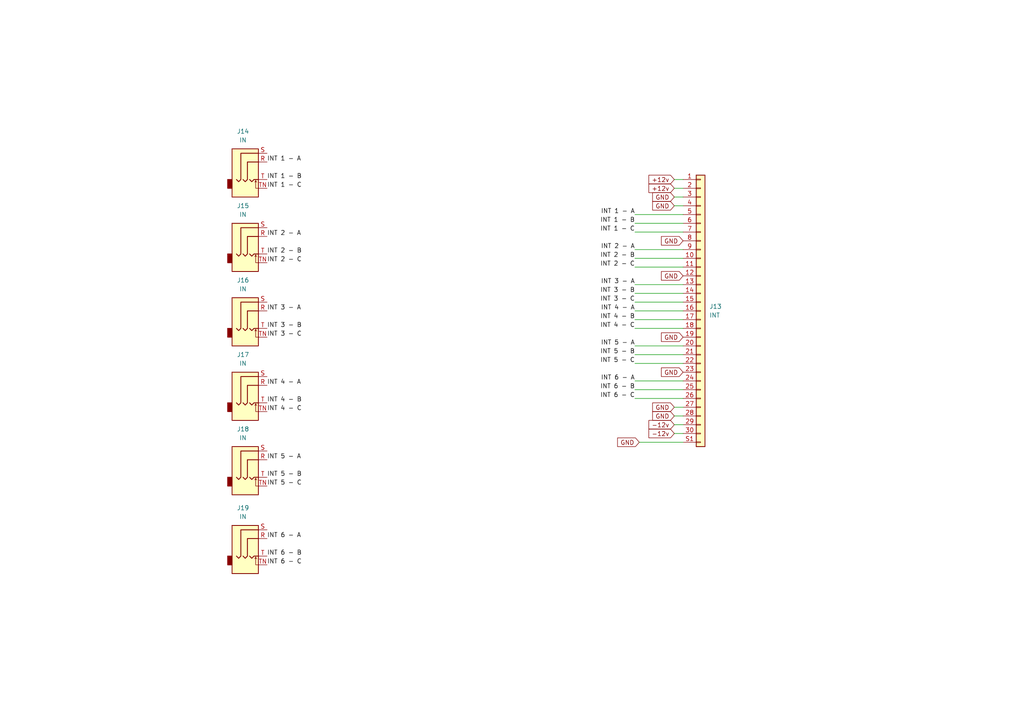
<source format=kicad_sch>
(kicad_sch (version 20231120) (generator "eeschema") (generator_version "8.0")
  (paper "A4")
  (title_block (title "Audio Thing Template") (rev "1.0") (company "velvia-fifty") (comment 1 "https://github.com/velvia-fifty/AudioThings") (comment 2 "You should have changed this already :)") (comment 4 "Stay humble"))
  (lib_symbols
    (symbol "Connector_Audio:AudioJack3_SwitchT"
      (property "Reference" "J" (at 0 8.89 0))
      (property "Value" "AudioJack3_SwitchT" (at 0 6.35 0))
      (symbol "AudioJack3_SwitchT_0_1"
        (rectangle (start -5.08 -5.08) (end -6.35 -7.62) (stroke (width 0.254)) (fill (type outline)))
        (polyline (pts (xy 1.778 -5.334) (xy 2.032 -5.842)))
        (polyline (pts (xy 0 -5.08) (xy 0.635 -5.715) (xy 1.27 -5.08) (xy 2.54 -5.08)) (stroke (width 0.254)))
        (polyline (pts (xy 2.54 -7.62) (xy 1.778 -7.62) (xy 1.778 -5.334) (xy 1.524 -5.842)))
        (polyline (pts (xy -1.905 -5.08) (xy -1.27 -5.715) (xy -0.635 -5.08) (xy -0.635 0) (xy 2.54 0)) (stroke (width 0.254)))
        (polyline (pts (xy 2.54 2.54) (xy -2.54 2.54) (xy -2.54 -5.08) (xy -3.175 -5.715) (xy -3.81 -5.08)) (stroke (width 0.254)))
        (rectangle (start 2.54 3.81) (end -5.08 -10.16) (stroke (width 0.254)) (fill (type background)))
      )
      (symbol "AudioJack3_SwitchT_1_1"
        (pin passive line (at 5.08 0 180) (length 2.54) (name "~") (number "R"))
        (pin passive line (at 5.08 2.54 180) (length 2.54) (name "~") (number "S"))
        (pin passive line (at 5.08 -5.08 180) (length 2.54) (name "~") (number "T"))
        (pin passive line (at 5.08 -7.62 180) (length 2.54) (name "~") (number "TN"))
      )
    )
    (symbol "Connector_Generic:Conn_01x31" (pin_names (offset 1.016) hide)
      (property "Reference" "J10" (at 2.54 1.2701 0))
      (property "Value" "Conn_01x31" (at 2.54 -1.2699 0))
      (symbol "Conn_01x31_1_1"
        (rectangle (start -1.27 -37.973) (end 0 -38.227) (stroke (width 0.1524)))
        (rectangle (start -1.27 -35.433) (end 0 -35.687) (stroke (width 0.1524)))
        (rectangle (start -1.27 -32.893) (end 0 -33.147) (stroke (width 0.1524)))
        (rectangle (start -1.27 -30.353) (end 0 -30.607) (stroke (width 0.1524)))
        (rectangle (start -1.27 -27.813) (end 0 -28.067) (stroke (width 0.1524)))
        (rectangle (start -1.27 -25.273) (end 0 -25.527) (stroke (width 0.1524)))
        (rectangle (start -1.27 -22.733) (end 0 -22.987) (stroke (width 0.1524)))
        (rectangle (start -1.27 -20.193) (end 0 -20.447) (stroke (width 0.1524)))
        (rectangle (start -1.27 -17.653) (end 0 -17.907) (stroke (width 0.1524)))
        (rectangle (start -1.27 -15.113) (end 0 -15.367) (stroke (width 0.1524)))
        (rectangle (start -1.27 -12.573) (end 0 -12.827) (stroke (width 0.1524)))
        (rectangle (start -1.27 -10.033) (end 0 -10.287) (stroke (width 0.1524)))
        (rectangle (start -1.27 -7.493) (end 0 -7.747) (stroke (width 0.1524)))
        (rectangle (start -1.27 -4.953) (end 0 -5.207) (stroke (width 0.1524)))
        (rectangle (start -1.27 -2.413) (end 0 -2.667) (stroke (width 0.1524)))
        (rectangle (start -1.27 0.127) (end 0 -0.127) (stroke (width 0.1524)))
        (rectangle (start -1.27 2.667) (end 0 2.413) (stroke (width 0.1524)))
        (rectangle (start -1.27 5.207) (end 0 4.953) (stroke (width 0.1524)))
        (rectangle (start -1.27 7.747) (end 0 7.493) (stroke (width 0.1524)))
        (rectangle (start -1.27 10.287) (end 0 10.033) (stroke (width 0.1524)))
        (rectangle (start -1.27 12.827) (end 0 12.573) (stroke (width 0.1524)))
        (rectangle (start -1.27 15.367) (end 0 15.113) (stroke (width 0.1524)))
        (rectangle (start -1.27 17.907) (end 0 17.653) (stroke (width 0.1524)))
        (rectangle (start -1.27 20.447) (end 0 20.193) (stroke (width 0.1524)))
        (rectangle (start -1.27 22.987) (end 0 22.733) (stroke (width 0.1524)))
        (rectangle (start -1.27 25.527) (end 0 25.273) (stroke (width 0.1524)))
        (rectangle (start -1.27 28.067) (end 0 27.813) (stroke (width 0.1524)))
        (rectangle (start -1.27 30.607) (end 0 30.353) (stroke (width 0.1524)))
        (rectangle (start -1.27 33.147) (end 0 32.893) (stroke (width 0.1524)))
        (rectangle (start -1.27 35.687) (end 0 35.433) (stroke (width 0.1524)))
        (rectangle (start -1.27 38.227) (end 0 37.973) (stroke (width 0.1524)))
        (rectangle (start -1.27 39.37) (end 1.27 -39.37) (stroke (width 0.254)) (fill (type background)))
        (pin passive line (at -5.08 38.1 0) (length 3.81) (name "Pin_1") (number "1"))
        (pin passive line (at -5.08 15.24 0) (length 3.81) (name "Pin_10") (number "10"))
        (pin passive line (at -5.08 12.7 0) (length 3.81) (name "Pin_11") (number "11"))
        (pin passive line (at -5.08 10.16 0) (length 3.81) (name "Pin_12") (number "12"))
        (pin passive line (at -5.08 7.62 0) (length 3.81) (name "Pin_13") (number "13"))
        (pin passive line (at -5.08 5.08 0) (length 3.81) (name "Pin_14") (number "14"))
        (pin passive line (at -5.08 2.54 0) (length 3.81) (name "Pin_15") (number "15"))
        (pin passive line (at -5.08 0 0) (length 3.81) (name "Pin_16") (number "16"))
        (pin passive line (at -5.08 -2.54 0) (length 3.81) (name "Pin_17") (number "17"))
        (pin passive line (at -5.08 -5.08 0) (length 3.81) (name "Pin_18") (number "18"))
        (pin passive line (at -5.08 -7.62 0) (length 3.81) (name "Pin_19") (number "19"))
        (pin passive line (at -5.08 35.56 0) (length 3.81) (name "Pin_2") (number "2"))
        (pin passive line (at -5.08 -10.16 0) (length 3.81) (name "Pin_20") (number "20"))
        (pin passive line (at -5.08 -12.7 0) (length 3.81) (name "Pin_21") (number "21"))
        (pin passive line (at -5.08 -15.24 0) (length 3.81) (name "Pin_22") (number "22"))
        (pin passive line (at -5.08 -17.78 0) (length 3.81) (name "Pin_23") (number "23"))
        (pin passive line (at -5.08 -20.32 0) (length 3.81) (name "Pin_24") (number "24"))
        (pin passive line (at -5.08 -22.86 0) (length 3.81) (name "Pin_25") (number "25"))
        (pin passive line (at -5.08 -25.4 0) (length 3.81) (name "Pin_26") (number "26"))
        (pin passive line (at -5.08 -27.94 0) (length 3.81) (name "Pin_27") (number "27"))
        (pin passive line (at -5.08 -30.48 0) (length 3.81) (name "Pin_28") (number "28"))
        (pin passive line (at -5.08 -33.02 0) (length 3.81) (name "Pin_29") (number "29"))
        (pin passive line (at -5.08 33.02 0) (length 3.81) (name "Pin_3") (number "3"))
        (pin passive line (at -5.08 -35.56 0) (length 3.81) (name "Pin_30") (number "30"))
        (pin passive line (at -5.08 30.48 0) (length 3.81) (name "Pin_4") (number "4"))
        (pin passive line (at -5.08 27.94 0) (length 3.81) (name "Pin_5") (number "5"))
        (pin passive line (at -5.08 25.4 0) (length 3.81) (name "Pin_6") (number "6"))
        (pin passive line (at -5.08 22.86 0) (length 3.81) (name "Pin_7") (number "7"))
        (pin passive line (at -5.08 20.32 0) (length 3.81) (name "Pin_8") (number "8"))
        (pin passive line (at -5.08 17.78 0) (length 3.81) (name "Pin_9") (number "9"))
        (pin passive line (at -5.08 -38.1 0) (length 3.81) (name "S1") (number "S1"))
      )
    )
  )
  (wire (pts (xy 195.58 118.11) (xy 198.12 118.11)))
  (wire (pts (xy 195.58 125.73) (xy 198.12 125.73)))
  (wire (pts (xy 195.58 59.69) (xy 198.12 59.69)))
  (wire (pts (xy 184.15 74.93) (xy 198.12 74.93)))
  (wire (pts (xy 184.15 67.31) (xy 198.12 67.31)))
  (wire (pts (xy 184.15 102.87) (xy 198.12 102.87)))
  (wire (pts (xy 184.15 92.71) (xy 198.12 92.71)))
  (wire (pts (xy 184.15 95.25) (xy 198.12 95.25)))
  (wire (pts (xy 184.15 105.41) (xy 198.12 105.41)))
  (wire (pts (xy 184.15 82.55) (xy 198.12 82.55)))
  (wire (pts (xy 184.15 87.63) (xy 198.12 87.63)))
  (wire (pts (xy 184.15 62.23) (xy 198.12 62.23)))
  (wire (pts (xy 184.15 64.77) (xy 198.12 64.77)))
  (wire (pts (xy 184.15 77.47) (xy 198.12 77.47)))
  (wire (pts (xy 195.58 120.65) (xy 198.12 120.65)))
  (wire (pts (xy 184.15 85.09) (xy 198.12 85.09)))
  (wire (pts (xy 184.15 90.17) (xy 198.12 90.17)))
  (wire (pts (xy 195.58 57.15) (xy 198.12 57.15)))
  (wire (pts (xy 195.58 52.07) (xy 198.12 52.07)))
  (wire (pts (xy 195.58 54.61) (xy 198.12 54.61)))
  (wire (pts (xy 185.42 128.27) (xy 198.12 128.27)))
  (wire (pts (xy 184.15 110.49) (xy 198.12 110.49)))
  (wire (pts (xy 184.15 72.39) (xy 198.12 72.39)))
  (wire (pts (xy 195.58 123.19) (xy 198.12 123.19)))
  (wire (pts (xy 184.15 100.33) (xy 198.12 100.33)))
  (wire (pts (xy 184.15 113.03) (xy 198.12 113.03)))
  (wire (pts (xy 184.15 115.57) (xy 198.12 115.57)))
  (label "INT 1 - C" (at 77.47 54.61 0))
  (label "INT 1 - C" (at 184.15 67.31 180))
  (label "INT 2 - C" (at 77.47 76.2 0))
  (label "INT 2 - A" (at 77.47 68.58 0))
  (label "INT 5 - C" (at 77.47 140.97 0))
  (label "INT 1 - B" (at 77.47 52.07 0))
  (label "INT 5 - B" (at 77.47 138.43 0))
  (label "INT 3 - B" (at 184.15 85.09 180))
  (label "INT 3 - C" (at 184.15 87.63 180))
  (label "INT 4 - C" (at 184.15 95.25 180))
  (label "INT 6 - A" (at 77.47 156.21 0))
  (label "INT 6 - A" (at 184.15 110.49 180))
  (label "INT 6 - C" (at 184.15 115.57 180))
  (label "INT 1 - A" (at 184.15 62.23 180))
  (label "INT 6 - B" (at 77.47 161.29 0))
  (label "INT 4 - A" (at 184.15 90.17 180))
  (label "INT 5 - A" (at 184.15 100.33 180))
  (label "INT 6 - C" (at 77.47 163.83 0))
  (label "INT 1 - A" (at 77.47 46.99 0))
  (label "INT 5 - B" (at 184.15 102.87 180))
  (label "INT 5 - A" (at 77.47 133.35 0))
  (label "INT 4 - A" (at 77.47 111.76 0))
  (label "INT 3 - A" (at 77.47 90.17 0))
  (label "INT 3 - B" (at 77.47 95.25 0))
  (label "INT 4 - B" (at 184.15 92.71 180))
  (label "INT 3 - A" (at 184.15 82.55 180))
  (label "INT 1 - B" (at 184.15 64.77 180))
  (label "INT 2 - C" (at 184.15 77.47 180))
  (label "INT 4 - C" (at 77.47 119.38 0))
  (label "INT 2 - B" (at 77.47 73.66 0))
  (label "INT 2 - B" (at 184.15 74.93 180))
  (label "INT 6 - B" (at 184.15 113.03 180))
  (label "INT 3 - C" (at 77.47 97.79 0))
  (label "INT 5 - C" (at 184.15 105.41 180))
  (label "INT 2 - A" (at 184.15 72.39 180))
  (label "INT 4 - B" (at 77.47 116.84 0))
  (global_label "GND" (shape input) (at 198.12 107.95 180) (property "Intersheetrefs" "${INTERSHEET_REFS}" (effects (hide yes))))
  (global_label "GND" (shape input) (at 195.58 120.65 180) (property "Intersheetrefs" "${INTERSHEET_REFS}" (effects (hide yes))))
  (global_label "-12v" (shape input) (at 195.58 125.73 180) (property "Intersheetrefs" "${INTERSHEET_REFS}" (effects (hide yes))))
  (global_label "+12v" (shape input) (at 195.58 52.07 180) (property "Intersheetrefs" "${INTERSHEET_REFS}" (effects (hide yes))))
  (global_label "GND" (shape input) (at 198.12 69.85 180) (property "Intersheetrefs" "${INTERSHEET_REFS}" (effects (hide yes))))
  (global_label "GND" (shape input) (at 195.58 57.15 180) (property "Intersheetrefs" "${INTERSHEET_REFS}" (effects (hide yes))))
  (global_label "GND" (shape input) (at 185.42 128.27 180) (property "Intersheetrefs" "${INTERSHEET_REFS}" (effects (hide yes))))
  (global_label "GND" (shape input) (at 198.12 80.01 180) (property "Intersheetrefs" "${INTERSHEET_REFS}" (effects (hide yes))))
  (global_label "GND" (shape input) (at 195.58 59.69 180) (property "Intersheetrefs" "${INTERSHEET_REFS}" (effects (hide yes))))
  (global_label "+12v" (shape input) (at 195.58 54.61 180) (property "Intersheetrefs" "${INTERSHEET_REFS}" (effects (hide yes))))
  (global_label "GND" (shape input) (at 195.58 118.11 180) (property "Intersheetrefs" "${INTERSHEET_REFS}" (effects (hide yes))))
  (global_label "GND" (shape input) (at 198.12 97.79 180) (property "Intersheetrefs" "${INTERSHEET_REFS}" (effects (hide yes))))
  (global_label "-12v" (shape input) (at 195.58 123.19 180) (property "Intersheetrefs" "${INTERSHEET_REFS}" (effects (hide yes))))
  (symbol (lib_id "Connector_Generic:Conn_01x31") (at 203.2 90.17 0) (unit 1)
    (property "Reference" "J13" (at 205.74 88.8999 0) (effects (justify left)))
    (property "Value" "INT" (at 205.74 91.4399 0) (effects (justify left)))
    (property "Footprint" "AT-Footprints:ffc-30-v-TE_3-1734742-0" (effects (hide yes)))
    (property "Description" "Generic connector, single row, 01x31, script generated (kicad-library-utils/schlib/autogen/connector/)" (effects (hide yes)))
  )
  (symbol (lib_id "Connector_Audio:AudioJack3_SwitchT") (at 72.39 111.76 0) (unit 1)
    (property "Reference" "J17" (at 70.485 102.87 0))
    (property "Value" "IN" (at 70.485 105.41 0))
    (property "Footprint" "AT-Footprints:SJ3-3505" (effects (hide yes)))
    (property "Description" "Audio Jack, 3 Poles (Stereo / TRS), Switched T Pole (Normalling)" (effects (hide yes)))
  )
  (symbol (lib_id "Connector_Audio:AudioJack3_SwitchT") (at 72.39 156.21 0) (unit 1)
    (property "Reference" "J19" (at 70.485 147.32 0))
    (property "Value" "IN" (at 70.485 149.86 0))
    (property "Footprint" "AT-Footprints:SJ3-3505" (effects (hide yes)))
    (property "Description" "Audio Jack, 3 Poles (Stereo / TRS), Switched T Pole (Normalling)" (effects (hide yes)))
  )
  (symbol (lib_id "Connector_Audio:AudioJack3_SwitchT") (at 72.39 68.58 0) (unit 1)
    (property "Reference" "J15" (at 70.485 59.69 0))
    (property "Value" "IN" (at 70.485 62.23 0))
    (property "Footprint" "AT-Footprints:SJ3-3505" (effects (hide yes)))
    (property "Description" "Audio Jack, 3 Poles (Stereo / TRS), Switched T Pole (Normalling)" (effects (hide yes)))
  )
  (symbol (lib_id "Connector_Audio:AudioJack3_SwitchT") (at 72.39 90.17 0) (unit 1)
    (property "Reference" "J16" (at 70.485 81.28 0))
    (property "Value" "IN" (at 70.485 83.82 0))
    (property "Footprint" "AT-Footprints:SJ3-3505" (effects (hide yes)))
    (property "Description" "Audio Jack, 3 Poles (Stereo / TRS), Switched T Pole (Normalling)" (effects (hide yes)))
  )
  (symbol (lib_id "Connector_Audio:AudioJack3_SwitchT") (at 72.39 133.35 0) (unit 1)
    (property "Reference" "J18" (at 70.485 124.46 0))
    (property "Value" "IN" (at 70.485 127 0))
    (property "Footprint" "AT-Footprints:SJ3-3505" (effects (hide yes)))
    (property "Description" "Audio Jack, 3 Poles (Stereo / TRS), Switched T Pole (Normalling)" (effects (hide yes)))
  )
  (symbol (lib_id "Connector_Audio:AudioJack3_SwitchT") (at 72.39 46.99 0) (unit 1)
    (property "Reference" "J14" (at 70.485 38.1 0))
    (property "Value" "IN" (at 70.485 40.64 0))
    (property "Footprint" "AT-Footprints:SJ3-3505" (effects (hide yes)))
    (property "Description" "Audio Jack, 3 Poles (Stereo / TRS), Switched T Pole (Normalling)" (effects (hide yes)))
  )
)
</source>
